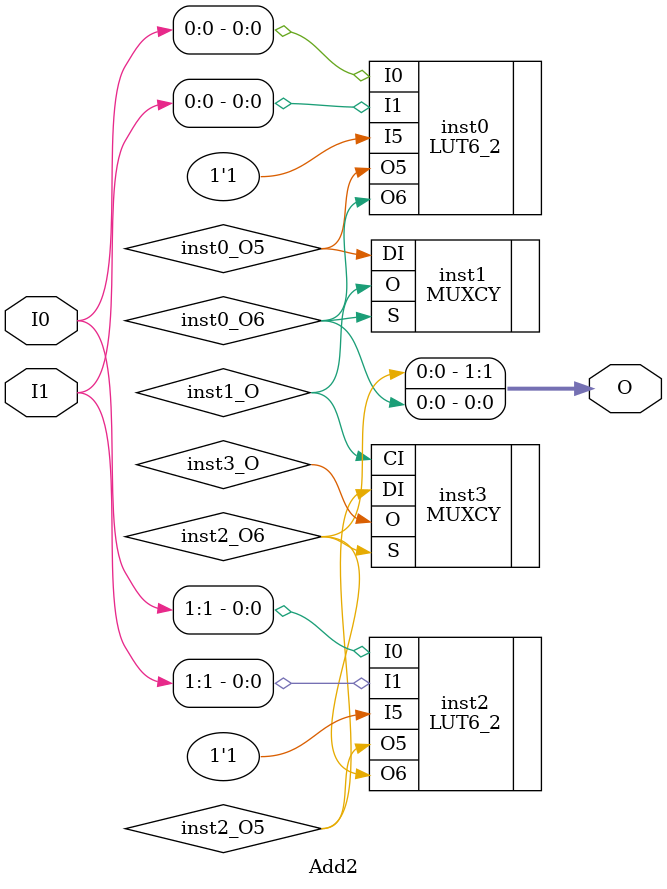
<source format=v>
module Add2 (input [1:0] I0, input [1:0] I1, output [1:0] O);
wire  inst0_O5;
wire  inst0_O6;
wire  inst1_O;
wire  inst2_O5;
wire  inst2_O6;
wire  inst3_O;
LUT6_2 #(.INIT(64'h1111111111111110)) inst0 (.I0(I0[0]), .I1(I1[0]), .I5(1'b1), .O5(inst0_O5), .O6(inst0_O6));
MUXCY inst1 (.DI(inst0_O5), .S(inst0_O6), .O(inst1_O));
LUT6_2 #(.INIT(64'h1111111111111110)) inst2 (.I0(I0[1]), .I1(I1[1]), .I5(1'b1), .O5(inst2_O5), .O6(inst2_O6));
MUXCY inst3 (.DI(inst2_O5), .CI(inst1_O), .S(inst2_O6), .O(inst3_O));
assign O = {inst2_O6,inst0_O6};
endmodule


</source>
